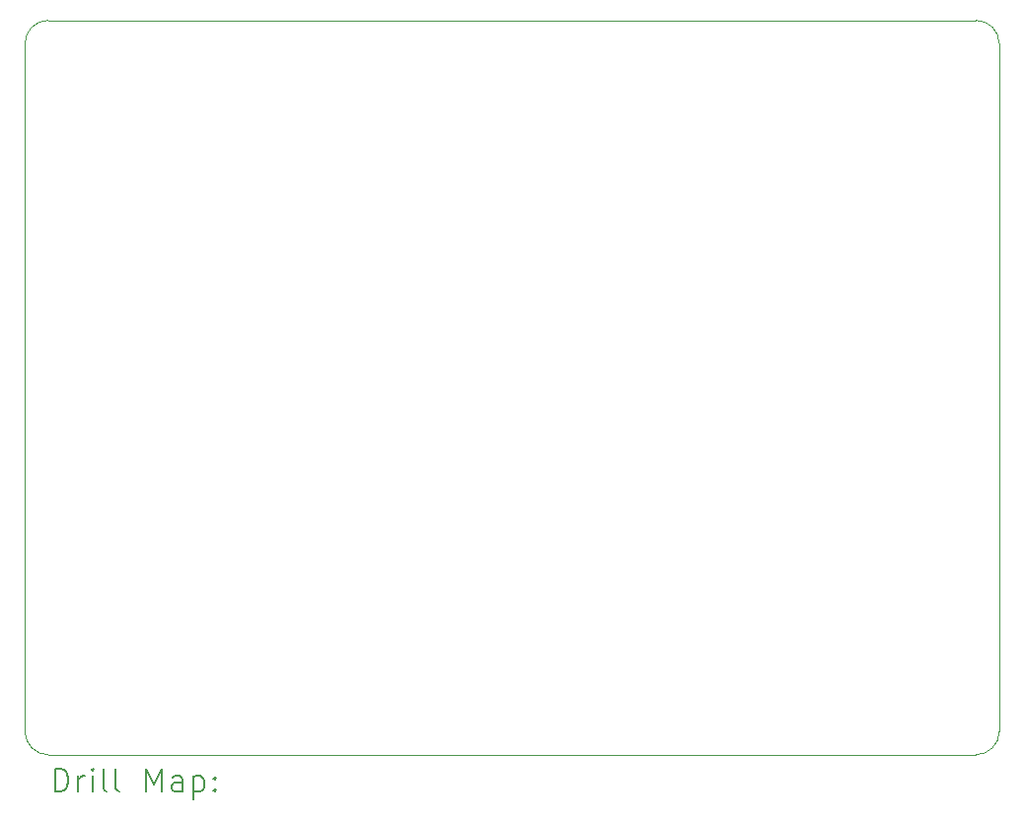
<source format=gbr>
%TF.GenerationSoftware,KiCad,Pcbnew,7.0.7*%
%TF.CreationDate,2024-08-03T11:43:09-04:00*%
%TF.ProjectId,mainbox1.0,6d61696e-626f-4783-912e-302e6b696361,rev?*%
%TF.SameCoordinates,Original*%
%TF.FileFunction,Drillmap*%
%TF.FilePolarity,Positive*%
%FSLAX45Y45*%
G04 Gerber Fmt 4.5, Leading zero omitted, Abs format (unit mm)*
G04 Created by KiCad (PCBNEW 7.0.7) date 2024-08-03 11:43:09*
%MOMM*%
%LPD*%
G01*
G04 APERTURE LIST*
%ADD10C,0.100000*%
%ADD11C,0.200000*%
G04 APERTURE END LIST*
D10*
X8886800Y-4930140D02*
G75*
G03*
X8686800Y-5130140I0J-200000D01*
G01*
X8686800Y-11039500D02*
G75*
G03*
X8886800Y-11239500I200000J0D01*
G01*
X8686800Y-11039500D02*
X8686800Y-5130140D01*
X17048480Y-5130140D02*
G75*
G03*
X16848480Y-4930140I-200000J0D01*
G01*
X8886800Y-4930140D02*
X16848480Y-4930140D01*
X16848480Y-11239500D02*
G75*
G03*
X17048480Y-11039500I0J200000D01*
G01*
X16848480Y-11239500D02*
X8886800Y-11239500D01*
X17048480Y-5130140D02*
X17048480Y-11039500D01*
D11*
X8942577Y-11555984D02*
X8942577Y-11355984D01*
X8942577Y-11355984D02*
X8990196Y-11355984D01*
X8990196Y-11355984D02*
X9018767Y-11365508D01*
X9018767Y-11365508D02*
X9037815Y-11384555D01*
X9037815Y-11384555D02*
X9047339Y-11403603D01*
X9047339Y-11403603D02*
X9056863Y-11441698D01*
X9056863Y-11441698D02*
X9056863Y-11470269D01*
X9056863Y-11470269D02*
X9047339Y-11508365D01*
X9047339Y-11508365D02*
X9037815Y-11527412D01*
X9037815Y-11527412D02*
X9018767Y-11546460D01*
X9018767Y-11546460D02*
X8990196Y-11555984D01*
X8990196Y-11555984D02*
X8942577Y-11555984D01*
X9142577Y-11555984D02*
X9142577Y-11422650D01*
X9142577Y-11460746D02*
X9152101Y-11441698D01*
X9152101Y-11441698D02*
X9161624Y-11432174D01*
X9161624Y-11432174D02*
X9180672Y-11422650D01*
X9180672Y-11422650D02*
X9199720Y-11422650D01*
X9266386Y-11555984D02*
X9266386Y-11422650D01*
X9266386Y-11355984D02*
X9256863Y-11365508D01*
X9256863Y-11365508D02*
X9266386Y-11375031D01*
X9266386Y-11375031D02*
X9275910Y-11365508D01*
X9275910Y-11365508D02*
X9266386Y-11355984D01*
X9266386Y-11355984D02*
X9266386Y-11375031D01*
X9390196Y-11555984D02*
X9371148Y-11546460D01*
X9371148Y-11546460D02*
X9361624Y-11527412D01*
X9361624Y-11527412D02*
X9361624Y-11355984D01*
X9494958Y-11555984D02*
X9475910Y-11546460D01*
X9475910Y-11546460D02*
X9466386Y-11527412D01*
X9466386Y-11527412D02*
X9466386Y-11355984D01*
X9723529Y-11555984D02*
X9723529Y-11355984D01*
X9723529Y-11355984D02*
X9790196Y-11498841D01*
X9790196Y-11498841D02*
X9856863Y-11355984D01*
X9856863Y-11355984D02*
X9856863Y-11555984D01*
X10037815Y-11555984D02*
X10037815Y-11451222D01*
X10037815Y-11451222D02*
X10028291Y-11432174D01*
X10028291Y-11432174D02*
X10009244Y-11422650D01*
X10009244Y-11422650D02*
X9971148Y-11422650D01*
X9971148Y-11422650D02*
X9952101Y-11432174D01*
X10037815Y-11546460D02*
X10018767Y-11555984D01*
X10018767Y-11555984D02*
X9971148Y-11555984D01*
X9971148Y-11555984D02*
X9952101Y-11546460D01*
X9952101Y-11546460D02*
X9942577Y-11527412D01*
X9942577Y-11527412D02*
X9942577Y-11508365D01*
X9942577Y-11508365D02*
X9952101Y-11489317D01*
X9952101Y-11489317D02*
X9971148Y-11479793D01*
X9971148Y-11479793D02*
X10018767Y-11479793D01*
X10018767Y-11479793D02*
X10037815Y-11470269D01*
X10133053Y-11422650D02*
X10133053Y-11622650D01*
X10133053Y-11432174D02*
X10152101Y-11422650D01*
X10152101Y-11422650D02*
X10190196Y-11422650D01*
X10190196Y-11422650D02*
X10209244Y-11432174D01*
X10209244Y-11432174D02*
X10218767Y-11441698D01*
X10218767Y-11441698D02*
X10228291Y-11460746D01*
X10228291Y-11460746D02*
X10228291Y-11517888D01*
X10228291Y-11517888D02*
X10218767Y-11536936D01*
X10218767Y-11536936D02*
X10209244Y-11546460D01*
X10209244Y-11546460D02*
X10190196Y-11555984D01*
X10190196Y-11555984D02*
X10152101Y-11555984D01*
X10152101Y-11555984D02*
X10133053Y-11546460D01*
X10314005Y-11536936D02*
X10323529Y-11546460D01*
X10323529Y-11546460D02*
X10314005Y-11555984D01*
X10314005Y-11555984D02*
X10304482Y-11546460D01*
X10304482Y-11546460D02*
X10314005Y-11536936D01*
X10314005Y-11536936D02*
X10314005Y-11555984D01*
X10314005Y-11432174D02*
X10323529Y-11441698D01*
X10323529Y-11441698D02*
X10314005Y-11451222D01*
X10314005Y-11451222D02*
X10304482Y-11441698D01*
X10304482Y-11441698D02*
X10314005Y-11432174D01*
X10314005Y-11432174D02*
X10314005Y-11451222D01*
M02*

</source>
